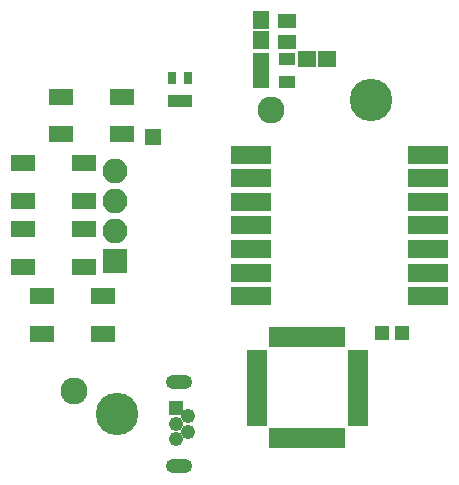
<source format=gbr>
G04 #@! TF.FileFunction,Soldermask,Top*
%FSLAX46Y46*%
G04 Gerber Fmt 4.6, Leading zero omitted, Abs format (unit mm)*
G04 Created by KiCad (PCBNEW 4.0.7-e2-6376~61~ubuntu18.04.1) date Sat Jul  7 14:25:19 2018*
%MOMM*%
%LPD*%
G01*
G04 APERTURE LIST*
%ADD10C,0.100000*%
%ADD11C,2.279600*%
%ADD12R,1.240000X1.240000*%
%ADD13C,1.240000*%
%ADD14O,2.250000X1.250000*%
%ADD15R,1.598880X1.197560*%
%ADD16R,1.398220X1.499820*%
%ADD17R,1.499820X1.398220*%
%ADD18R,1.460000X1.050000*%
%ADD19C,3.600000*%
%ADD20R,2.051000X1.398220*%
%ADD21R,1.400000X1.400000*%
%ADD22R,3.399740X1.598880*%
%ADD23R,1.670000X0.958800*%
%ADD24R,0.958800X1.670000*%
%ADD25R,1.303020X1.201420*%
%ADD26R,2.100000X2.100000*%
%ADD27O,2.100000X2.100000*%
%ADD28R,0.800000X1.050000*%
G04 APERTURE END LIST*
D10*
D11*
X147000000Y-76000000D03*
D12*
X155700000Y-77500000D03*
D13*
X156700000Y-78150000D03*
X155700000Y-78800000D03*
X156700000Y-79450000D03*
X155700000Y-80100000D03*
D14*
X155920000Y-75225000D03*
X155920000Y-82375000D03*
D15*
X165077920Y-44660606D03*
X165077920Y-46458926D03*
D16*
X162877920Y-44611406D03*
X162877920Y-46308126D03*
D17*
X168496720Y-47900000D03*
X166800000Y-47900000D03*
D11*
X163700000Y-52200000D03*
D18*
X162900000Y-47950000D03*
X162900000Y-48900000D03*
X162900000Y-49850000D03*
X165100000Y-49850000D03*
X165100000Y-47950000D03*
D19*
X150700000Y-78000000D03*
X172200000Y-51400000D03*
D20*
X145924440Y-51102340D03*
X145924440Y-54297660D03*
X151075560Y-54297660D03*
X151075560Y-51102340D03*
X142724440Y-56702340D03*
X142724440Y-59897660D03*
X147875560Y-59897660D03*
X147875560Y-56702340D03*
X142724440Y-62302340D03*
X142724440Y-65497660D03*
X147875560Y-65497660D03*
X147875560Y-62302340D03*
X144324440Y-68002340D03*
X144324440Y-71197660D03*
X149475560Y-71197660D03*
X149475560Y-68002340D03*
D21*
X153700000Y-54500000D03*
D22*
X162051920Y-56000520D03*
X162051920Y-58002040D03*
X162051920Y-60001020D03*
X162051920Y-62000000D03*
X162051920Y-63998980D03*
X162051920Y-65997960D03*
X162051920Y-67999480D03*
X177048080Y-67999480D03*
X177048080Y-65997960D03*
X177048080Y-63998980D03*
X177048080Y-62000000D03*
X177048080Y-60001020D03*
X177048080Y-58002040D03*
X177048080Y-56000520D03*
D23*
X162500000Y-72949700D03*
X162500000Y-73749800D03*
X162500000Y-74549900D03*
X162500000Y-75350000D03*
X162500000Y-76147560D03*
X162500000Y-76947660D03*
X162500000Y-77747760D03*
X162500000Y-78547860D03*
D24*
X163993520Y-80041380D03*
X164793620Y-80041380D03*
X165593720Y-80041380D03*
X166393820Y-80041380D03*
X167191380Y-80041380D03*
X167991480Y-80041380D03*
X168791580Y-80041380D03*
X169591680Y-80041380D03*
D23*
X171085200Y-78547860D03*
X171085200Y-77747760D03*
X171085200Y-76947660D03*
X171085200Y-76147560D03*
X171085200Y-75350000D03*
X171085200Y-74549900D03*
X171085200Y-73749800D03*
X171085200Y-72949700D03*
D24*
X169591680Y-71456180D03*
X168791580Y-71456180D03*
X167991480Y-71456180D03*
X167191380Y-71456180D03*
X166393820Y-71456180D03*
X165593720Y-71456180D03*
X164793620Y-71456180D03*
X163993520Y-71456180D03*
D25*
X174838360Y-71120000D03*
X173141640Y-71120000D03*
D26*
X150500000Y-65000000D03*
D27*
X150500000Y-62460000D03*
X150500000Y-59920000D03*
X150500000Y-57380000D03*
D28*
X155350000Y-51450000D03*
X156650000Y-51450000D03*
X156000000Y-51450000D03*
X156650000Y-49550000D03*
X155350000Y-49550000D03*
M02*

</source>
